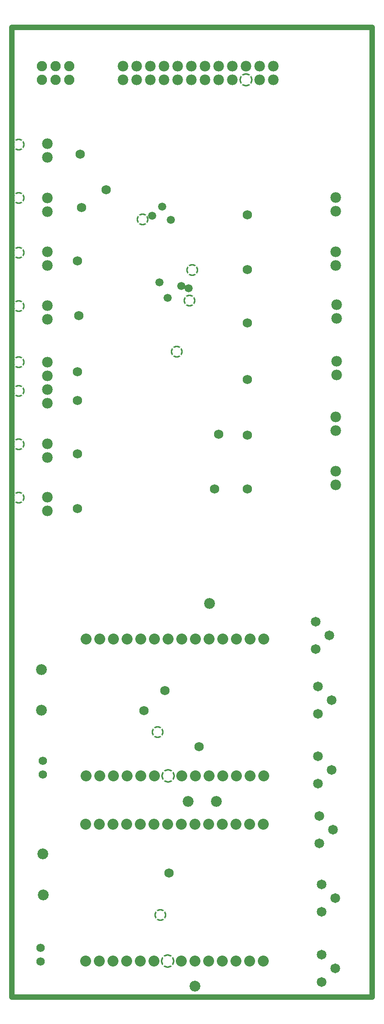
<source format=gbr>
G04 Layer_Physical_Order=2*
G04 Layer_Color=32768*
%FSLAX26Y26*%
%MOIN*%
%TF.FileFunction,Copper,L2,Inr,Plane*%
%TF.Part,Single*%
G01*
G75*
%TA.AperFunction,NonConductor*%
%ADD30C,0.040000*%
%TA.AperFunction,ComponentPad*%
%ADD31C,0.079370*%
%ADD32C,0.077402*%
G04:AMPARAMS|DCode=33|XSize=97.402mil|YSize=97.402mil|CornerRadius=0mil|HoleSize=0mil|Usage=FLASHONLY|Rotation=0.000|XOffset=0mil|YOffset=0mil|HoleType=Round|Shape=Relief|Width=10mil|Gap=10mil|Entries=4|*
%AMTHD33*
7,0,0,0.097402,0.077402,0.010000,45*
%
%ADD33THD33*%
%ADD34C,0.075433*%
%ADD35C,0.071496*%
%ADD36C,0.061654*%
%ADD37C,0.080000*%
G04:AMPARAMS|DCode=38|XSize=100mil|YSize=100mil|CornerRadius=0mil|HoleSize=0mil|Usage=FLASHONLY|Rotation=0.000|XOffset=0mil|YOffset=0mil|HoleType=Round|Shape=Relief|Width=10mil|Gap=10mil|Entries=4|*
%AMTHD38*
7,0,0,0.100000,0.080000,0.010000,45*
%
%ADD38THD38*%
%TA.AperFunction,ViaPad*%
%ADD39C,0.068000*%
G04:AMPARAMS|DCode=40|XSize=88mil|YSize=88mil|CornerRadius=0mil|HoleSize=0mil|Usage=FLASHONLY|Rotation=0.000|XOffset=0mil|YOffset=0mil|HoleType=Round|Shape=Relief|Width=10mil|Gap=10mil|Entries=4|*
%AMTHD40*
7,0,0,0.088000,0.068000,0.010000,45*
%
%ADD40THD40*%
%ADD41C,0.059685*%
D30*
X-1Y0D02*
X0Y7086615D01*
X-1Y0D02*
X2637794Y-0D01*
X2637796Y7086613D01*
X0Y7086615D02*
X2637796Y7086613D01*
D31*
X218000Y2391000D02*
D03*
X215000Y2096000D02*
D03*
X1340000Y80000D02*
D03*
X1445000Y2875000D02*
D03*
X1290000Y1430000D02*
D03*
X230000Y745000D02*
D03*
X225000Y1045000D02*
D03*
X1495000Y1430000D02*
D03*
D32*
X1914504Y6701402D02*
D03*
Y6801402D02*
D03*
X814504Y6701402D02*
D03*
X914504D02*
D03*
X1014504D02*
D03*
X1114504D02*
D03*
X1214504D02*
D03*
X1314504D02*
D03*
X1414504D02*
D03*
X1514504D02*
D03*
X1614504D02*
D03*
X814504Y6801402D02*
D03*
X914504D02*
D03*
X1014504D02*
D03*
X1114504D02*
D03*
X1214504D02*
D03*
X1314504D02*
D03*
X1414504D02*
D03*
X1514504D02*
D03*
X1614504D02*
D03*
X1714504D02*
D03*
X1814504D02*
D03*
Y6701402D02*
D03*
X2370018Y3740444D02*
D03*
Y3840444D02*
D03*
X259782Y4337568D02*
D03*
Y4437568D02*
D03*
Y4537568D02*
D03*
Y4637568D02*
D03*
X2375924Y4543868D02*
D03*
Y4643868D02*
D03*
Y4957254D02*
D03*
Y5057254D02*
D03*
X2370018Y4138358D02*
D03*
Y4238358D02*
D03*
Y5743250D02*
D03*
Y5843250D02*
D03*
X259782Y3551742D02*
D03*
Y3651742D02*
D03*
X2370018Y5345706D02*
D03*
Y5445706D02*
D03*
X259782Y3941506D02*
D03*
Y4041506D02*
D03*
Y5740062D02*
D03*
Y5840062D02*
D03*
Y5345706D02*
D03*
Y5445706D02*
D03*
Y4951348D02*
D03*
Y5051348D02*
D03*
Y6134418D02*
D03*
Y6234418D02*
D03*
D33*
X1714504Y6701402D02*
D03*
D34*
X220412Y6700168D02*
D03*
X320412D02*
D03*
X420412D02*
D03*
Y6800168D02*
D03*
X320412D02*
D03*
X220412D02*
D03*
D35*
X2221504Y2743402D02*
D03*
Y2543402D02*
D03*
X2321504Y2643402D02*
D03*
X2248504Y1321250D02*
D03*
Y1121250D02*
D03*
X2348504Y1221250D02*
D03*
X2240504Y2267402D02*
D03*
Y2067402D02*
D03*
X2340504Y2167402D02*
D03*
X2267504Y823390D02*
D03*
Y623390D02*
D03*
X2367504Y723390D02*
D03*
X2240504Y1757402D02*
D03*
Y1557402D02*
D03*
X2340504Y1657402D02*
D03*
X2267504Y307402D02*
D03*
Y107402D02*
D03*
X2367504Y207402D02*
D03*
D36*
X209504Y359402D02*
D03*
Y259402D02*
D03*
X225504Y1724402D02*
D03*
Y1624402D02*
D03*
D37*
X1838324Y1260208D02*
D03*
X1738324D02*
D03*
X1638324D02*
D03*
X1538324D02*
D03*
X1438324D02*
D03*
X1338324D02*
D03*
X1238324D02*
D03*
X1138324D02*
D03*
X1038324D02*
D03*
X938324D02*
D03*
X838324D02*
D03*
X738324D02*
D03*
X638324D02*
D03*
X538324D02*
D03*
X1838324Y260208D02*
D03*
X1738324D02*
D03*
X1638324D02*
D03*
X1538324D02*
D03*
X1438324D02*
D03*
X1338324D02*
D03*
X1238324D02*
D03*
X1038324D02*
D03*
X938324D02*
D03*
X838324D02*
D03*
X738324D02*
D03*
X638324D02*
D03*
X538324D02*
D03*
X543246Y1613554D02*
D03*
X643246D02*
D03*
X743246D02*
D03*
X843246D02*
D03*
X943246D02*
D03*
X1043246D02*
D03*
X1243246D02*
D03*
X1343246D02*
D03*
X1443246D02*
D03*
X1543246D02*
D03*
X1643246D02*
D03*
X1743246D02*
D03*
X1843246D02*
D03*
X543246Y2613554D02*
D03*
X643246D02*
D03*
X743246D02*
D03*
X843246D02*
D03*
X943246D02*
D03*
X1043246D02*
D03*
X1143246D02*
D03*
X1243246D02*
D03*
X1343246D02*
D03*
X1443246D02*
D03*
X1543246D02*
D03*
X1643246D02*
D03*
X1743246D02*
D03*
X1843246D02*
D03*
D38*
X1138324Y260208D02*
D03*
X1143246Y1613554D02*
D03*
D39*
X1370000Y1830000D02*
D03*
X1724348Y4105680D02*
D03*
Y4511190D02*
D03*
Y4924576D02*
D03*
X1724504Y3711402D02*
D03*
X1484504D02*
D03*
X1514504Y4111402D02*
D03*
X690000Y5900002D02*
D03*
X500000Y6160000D02*
D03*
X480000Y5380000D02*
D03*
X510000Y5770000D02*
D03*
X490000Y4980000D02*
D03*
X480000Y4360000D02*
D03*
Y4570000D02*
D03*
Y3970000D02*
D03*
Y3570000D02*
D03*
X1120000Y2240000D02*
D03*
X1724348Y5314340D02*
D03*
Y5715916D02*
D03*
X966000Y2091000D02*
D03*
X1150000Y905000D02*
D03*
D40*
X50000Y4430000D02*
D03*
X1065504Y1936402D02*
D03*
X1085504Y597402D02*
D03*
X50000Y4040000D02*
D03*
Y5840000D02*
D03*
X1321238Y5310668D02*
D03*
X50000Y4640000D02*
D03*
Y5440000D02*
D03*
Y5050000D02*
D03*
X957504Y5681402D02*
D03*
X1300504Y5089402D02*
D03*
X50000Y3650000D02*
D03*
Y6230000D02*
D03*
X1205000Y4715000D02*
D03*
D41*
X1141120Y5107726D02*
D03*
X1080018Y5223250D02*
D03*
X1294504Y5177402D02*
D03*
X1239504Y5196402D02*
D03*
X1163504Y5678402D02*
D03*
X1026504Y5707402D02*
D03*
X1100504Y5774402D02*
D03*
%TF.MD5,7bd3e1b25089c0ff7ad378a61a9ab24b*%
M02*

</source>
